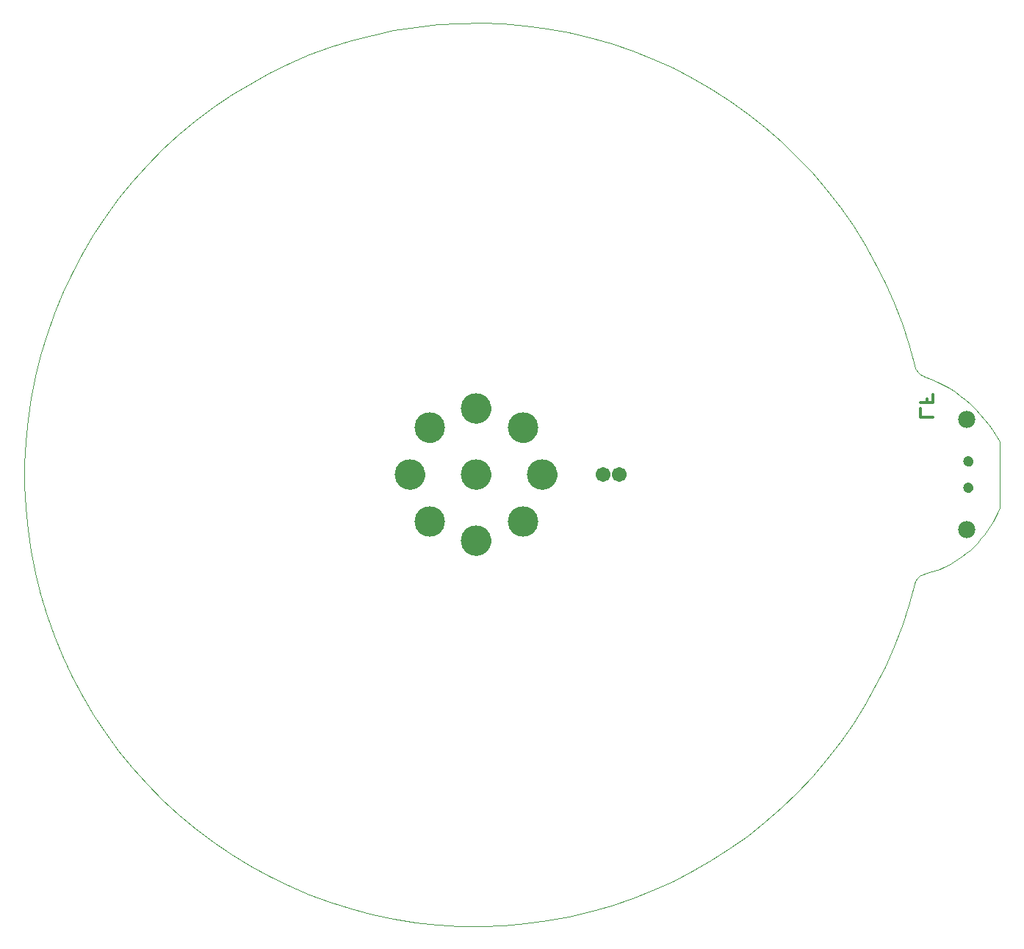
<source format=gbs>
G75*
G70*
%OFA0B0*%
%FSLAX24Y24*%
%IPPOS*%
%LPD*%
%AMOC8*
5,1,8,0,0,1.08239X$1,22.5*
%
%ADD10C,0.0010*%
%ADD11C,0.0140*%
%ADD12C,0.0000*%
%ADD13C,0.1379*%
%ADD14C,0.0474*%
%ADD15C,0.0780*%
%ADD16C,0.0671*%
D10*
X040496Y015646D02*
X040231Y014683D01*
X039920Y013735D01*
X039562Y012803D01*
X039160Y011890D01*
X038714Y010997D01*
X038225Y010127D01*
X037694Y009282D01*
X037122Y008463D01*
X036512Y007674D01*
X035864Y006915D01*
X035179Y006188D01*
X034460Y005496D01*
X033708Y004839D01*
X032925Y004220D01*
X032113Y003640D01*
X031274Y003100D01*
X030409Y002601D01*
X029521Y002146D01*
X028612Y001733D01*
X027684Y001366D01*
X026739Y001044D01*
X025780Y000769D01*
X024808Y000541D01*
X023827Y000360D01*
X022838Y000227D01*
X021843Y000142D01*
X020846Y000106D01*
X019847Y000119D01*
X018851Y000180D01*
X017859Y000290D01*
X016874Y000447D01*
X015897Y000653D01*
X014931Y000906D01*
X013979Y001205D01*
X013043Y001551D01*
X012124Y001941D01*
X011226Y002376D01*
X010350Y002854D01*
X009498Y003375D01*
X008672Y003936D01*
X007875Y004536D01*
X007108Y005175D01*
X006373Y005850D01*
X005672Y006560D01*
X005006Y007304D01*
X004377Y008079D01*
X003787Y008884D01*
X003236Y009716D01*
X002727Y010574D01*
X002260Y011457D01*
X001836Y012360D01*
X001457Y013284D01*
X001123Y014224D01*
X000836Y015180D01*
X000595Y016149D01*
X000402Y017128D01*
X000257Y018116D01*
X000160Y019109D01*
X000111Y020106D01*
X000111Y021104D01*
X000160Y022101D01*
X000257Y023094D01*
X000402Y024082D01*
X000595Y025061D01*
X000836Y026030D01*
X001123Y026986D01*
X001457Y027926D01*
X001836Y028850D01*
X002260Y029753D01*
X002727Y030636D01*
X003236Y031494D01*
X003787Y032326D01*
X004377Y033131D01*
X005006Y033906D01*
X005672Y034650D01*
X006373Y035360D01*
X007108Y036035D01*
X007875Y036674D01*
X008672Y037274D01*
X009498Y037835D01*
X010350Y038356D01*
X011226Y038834D01*
X012124Y039269D01*
X013043Y039659D01*
X013979Y040005D01*
X014931Y040304D01*
X015897Y040557D01*
X016874Y040763D01*
X017859Y040920D01*
X018851Y041030D01*
X019847Y041091D01*
X020846Y041104D01*
X021843Y041068D01*
X022838Y040983D01*
X023827Y040850D01*
X024808Y040669D01*
X025780Y040441D01*
X026739Y040166D01*
X027684Y039844D01*
X028612Y039477D01*
X029521Y039064D01*
X030409Y038609D01*
X031274Y038110D01*
X032113Y037570D01*
X032925Y036990D01*
X033708Y036371D01*
X034460Y035714D01*
X035179Y035022D01*
X035864Y034295D01*
X036512Y033536D01*
X037122Y032747D01*
X037694Y031928D01*
X038225Y031083D01*
X038714Y030213D01*
X039160Y029320D01*
X039562Y028407D01*
X039920Y027475D01*
X040231Y026527D01*
X040496Y025564D01*
X040510Y025515D01*
X040527Y025467D01*
X040548Y025421D01*
X040572Y025376D01*
X040599Y025333D01*
X040629Y025291D01*
X040662Y025252D01*
X040697Y025216D01*
X040735Y025182D01*
X040775Y025150D01*
X040817Y025122D01*
X040862Y025096D01*
X040907Y025074D01*
X040955Y025055D01*
X044355Y022105D02*
X044355Y019105D01*
X040955Y016105D02*
X040908Y016091D01*
X040862Y016074D01*
X040818Y016054D01*
X040776Y016030D01*
X040736Y016002D01*
X040697Y015972D01*
X040662Y015939D01*
X040629Y015903D01*
X040598Y015865D01*
X040571Y015825D01*
X040547Y015782D01*
X040527Y015738D01*
X040509Y015692D01*
X040496Y015646D01*
X044355Y022105D02*
X044204Y022372D01*
X044040Y022632D01*
X043864Y022883D01*
X043676Y023125D01*
X043476Y023358D01*
X043265Y023581D01*
X043043Y023793D01*
X042811Y023994D01*
X042570Y024183D01*
X042319Y024361D01*
X042061Y024526D01*
X041794Y024678D01*
X041521Y024818D01*
X041241Y024943D01*
X040955Y025055D01*
X044355Y019105D02*
X044265Y018887D01*
X044164Y018674D01*
X044053Y018467D01*
X043932Y018264D01*
X043802Y018068D01*
X043663Y017878D01*
X043515Y017695D01*
X043358Y017519D01*
X043193Y017351D01*
X043020Y017191D01*
X042840Y017039D01*
X042652Y016896D01*
X042459Y016763D01*
X042258Y016638D01*
X042053Y016524D01*
X041842Y016419D01*
X041626Y016325D01*
X041406Y016241D01*
X041182Y016167D01*
X040955Y016105D01*
D11*
X040775Y023225D02*
X040775Y023599D01*
X040775Y023870D02*
X041335Y023870D01*
X041335Y024243D01*
X041055Y024056D02*
X041055Y023870D01*
X041335Y023225D02*
X040775Y023225D01*
D12*
X042741Y021196D02*
X042743Y021223D01*
X042749Y021250D01*
X042758Y021276D01*
X042771Y021300D01*
X042787Y021323D01*
X042806Y021342D01*
X042828Y021359D01*
X042852Y021373D01*
X042877Y021383D01*
X042904Y021390D01*
X042931Y021393D01*
X042959Y021392D01*
X042986Y021387D01*
X043012Y021379D01*
X043036Y021367D01*
X043059Y021351D01*
X043080Y021333D01*
X043097Y021312D01*
X043112Y021288D01*
X043123Y021263D01*
X043131Y021237D01*
X043135Y021210D01*
X043135Y021182D01*
X043131Y021155D01*
X043123Y021129D01*
X043112Y021104D01*
X043097Y021080D01*
X043080Y021059D01*
X043059Y021041D01*
X043037Y021025D01*
X043012Y021013D01*
X042986Y021005D01*
X042959Y021000D01*
X042931Y020999D01*
X042904Y021002D01*
X042877Y021009D01*
X042852Y021019D01*
X042828Y021033D01*
X042806Y021050D01*
X042787Y021069D01*
X042771Y021092D01*
X042758Y021116D01*
X042749Y021142D01*
X042743Y021169D01*
X042741Y021196D01*
X042741Y020014D02*
X042743Y020041D01*
X042749Y020068D01*
X042758Y020094D01*
X042771Y020118D01*
X042787Y020141D01*
X042806Y020160D01*
X042828Y020177D01*
X042852Y020191D01*
X042877Y020201D01*
X042904Y020208D01*
X042931Y020211D01*
X042959Y020210D01*
X042986Y020205D01*
X043012Y020197D01*
X043036Y020185D01*
X043059Y020169D01*
X043080Y020151D01*
X043097Y020130D01*
X043112Y020106D01*
X043123Y020081D01*
X043131Y020055D01*
X043135Y020028D01*
X043135Y020000D01*
X043131Y019973D01*
X043123Y019947D01*
X043112Y019922D01*
X043097Y019898D01*
X043080Y019877D01*
X043059Y019859D01*
X043037Y019843D01*
X043012Y019831D01*
X042986Y019823D01*
X042959Y019818D01*
X042931Y019817D01*
X042904Y019820D01*
X042877Y019827D01*
X042852Y019837D01*
X042828Y019851D01*
X042806Y019868D01*
X042787Y019887D01*
X042771Y019910D01*
X042758Y019934D01*
X042749Y019960D01*
X042743Y019987D01*
X042741Y020014D01*
X022955Y020605D02*
X022957Y020655D01*
X022963Y020705D01*
X022973Y020755D01*
X022986Y020803D01*
X023003Y020851D01*
X023024Y020897D01*
X023048Y020941D01*
X023076Y020983D01*
X023107Y021023D01*
X023141Y021060D01*
X023178Y021095D01*
X023217Y021126D01*
X023258Y021155D01*
X023302Y021180D01*
X023348Y021202D01*
X023395Y021220D01*
X023443Y021234D01*
X023492Y021245D01*
X023542Y021252D01*
X023592Y021255D01*
X023643Y021254D01*
X023693Y021249D01*
X023743Y021240D01*
X023791Y021228D01*
X023839Y021211D01*
X023885Y021191D01*
X023930Y021168D01*
X023973Y021141D01*
X024013Y021111D01*
X024051Y021078D01*
X024086Y021042D01*
X024119Y021003D01*
X024148Y020962D01*
X024174Y020919D01*
X024197Y020874D01*
X024216Y020827D01*
X024231Y020779D01*
X024243Y020730D01*
X024251Y020680D01*
X024255Y020630D01*
X024255Y020580D01*
X024251Y020530D01*
X024243Y020480D01*
X024231Y020431D01*
X024216Y020383D01*
X024197Y020336D01*
X024174Y020291D01*
X024148Y020248D01*
X024119Y020207D01*
X024086Y020168D01*
X024051Y020132D01*
X024013Y020099D01*
X023973Y020069D01*
X023930Y020042D01*
X023885Y020019D01*
X023839Y019999D01*
X023791Y019982D01*
X023743Y019970D01*
X023693Y019961D01*
X023643Y019956D01*
X023592Y019955D01*
X023542Y019958D01*
X023492Y019965D01*
X023443Y019976D01*
X023395Y019990D01*
X023348Y020008D01*
X023302Y020030D01*
X023258Y020055D01*
X023217Y020084D01*
X023178Y020115D01*
X023141Y020150D01*
X023107Y020187D01*
X023076Y020227D01*
X023048Y020269D01*
X023024Y020313D01*
X023003Y020359D01*
X022986Y020407D01*
X022973Y020455D01*
X022963Y020505D01*
X022957Y020555D01*
X022955Y020605D01*
X022076Y022726D02*
X022078Y022776D01*
X022084Y022826D01*
X022094Y022876D01*
X022107Y022924D01*
X022124Y022972D01*
X022145Y023018D01*
X022169Y023062D01*
X022197Y023104D01*
X022228Y023144D01*
X022262Y023181D01*
X022299Y023216D01*
X022338Y023247D01*
X022379Y023276D01*
X022423Y023301D01*
X022469Y023323D01*
X022516Y023341D01*
X022564Y023355D01*
X022613Y023366D01*
X022663Y023373D01*
X022713Y023376D01*
X022764Y023375D01*
X022814Y023370D01*
X022864Y023361D01*
X022912Y023349D01*
X022960Y023332D01*
X023006Y023312D01*
X023051Y023289D01*
X023094Y023262D01*
X023134Y023232D01*
X023172Y023199D01*
X023207Y023163D01*
X023240Y023124D01*
X023269Y023083D01*
X023295Y023040D01*
X023318Y022995D01*
X023337Y022948D01*
X023352Y022900D01*
X023364Y022851D01*
X023372Y022801D01*
X023376Y022751D01*
X023376Y022701D01*
X023372Y022651D01*
X023364Y022601D01*
X023352Y022552D01*
X023337Y022504D01*
X023318Y022457D01*
X023295Y022412D01*
X023269Y022369D01*
X023240Y022328D01*
X023207Y022289D01*
X023172Y022253D01*
X023134Y022220D01*
X023094Y022190D01*
X023051Y022163D01*
X023006Y022140D01*
X022960Y022120D01*
X022912Y022103D01*
X022864Y022091D01*
X022814Y022082D01*
X022764Y022077D01*
X022713Y022076D01*
X022663Y022079D01*
X022613Y022086D01*
X022564Y022097D01*
X022516Y022111D01*
X022469Y022129D01*
X022423Y022151D01*
X022379Y022176D01*
X022338Y022205D01*
X022299Y022236D01*
X022262Y022271D01*
X022228Y022308D01*
X022197Y022348D01*
X022169Y022390D01*
X022145Y022434D01*
X022124Y022480D01*
X022107Y022528D01*
X022094Y022576D01*
X022084Y022626D01*
X022078Y022676D01*
X022076Y022726D01*
X019955Y023605D02*
X019957Y023655D01*
X019963Y023705D01*
X019973Y023755D01*
X019986Y023803D01*
X020003Y023851D01*
X020024Y023897D01*
X020048Y023941D01*
X020076Y023983D01*
X020107Y024023D01*
X020141Y024060D01*
X020178Y024095D01*
X020217Y024126D01*
X020258Y024155D01*
X020302Y024180D01*
X020348Y024202D01*
X020395Y024220D01*
X020443Y024234D01*
X020492Y024245D01*
X020542Y024252D01*
X020592Y024255D01*
X020643Y024254D01*
X020693Y024249D01*
X020743Y024240D01*
X020791Y024228D01*
X020839Y024211D01*
X020885Y024191D01*
X020930Y024168D01*
X020973Y024141D01*
X021013Y024111D01*
X021051Y024078D01*
X021086Y024042D01*
X021119Y024003D01*
X021148Y023962D01*
X021174Y023919D01*
X021197Y023874D01*
X021216Y023827D01*
X021231Y023779D01*
X021243Y023730D01*
X021251Y023680D01*
X021255Y023630D01*
X021255Y023580D01*
X021251Y023530D01*
X021243Y023480D01*
X021231Y023431D01*
X021216Y023383D01*
X021197Y023336D01*
X021174Y023291D01*
X021148Y023248D01*
X021119Y023207D01*
X021086Y023168D01*
X021051Y023132D01*
X021013Y023099D01*
X020973Y023069D01*
X020930Y023042D01*
X020885Y023019D01*
X020839Y022999D01*
X020791Y022982D01*
X020743Y022970D01*
X020693Y022961D01*
X020643Y022956D01*
X020592Y022955D01*
X020542Y022958D01*
X020492Y022965D01*
X020443Y022976D01*
X020395Y022990D01*
X020348Y023008D01*
X020302Y023030D01*
X020258Y023055D01*
X020217Y023084D01*
X020178Y023115D01*
X020141Y023150D01*
X020107Y023187D01*
X020076Y023227D01*
X020048Y023269D01*
X020024Y023313D01*
X020003Y023359D01*
X019986Y023407D01*
X019973Y023455D01*
X019963Y023505D01*
X019957Y023555D01*
X019955Y023605D01*
X017834Y022726D02*
X017836Y022776D01*
X017842Y022826D01*
X017852Y022876D01*
X017865Y022924D01*
X017882Y022972D01*
X017903Y023018D01*
X017927Y023062D01*
X017955Y023104D01*
X017986Y023144D01*
X018020Y023181D01*
X018057Y023216D01*
X018096Y023247D01*
X018137Y023276D01*
X018181Y023301D01*
X018227Y023323D01*
X018274Y023341D01*
X018322Y023355D01*
X018371Y023366D01*
X018421Y023373D01*
X018471Y023376D01*
X018522Y023375D01*
X018572Y023370D01*
X018622Y023361D01*
X018670Y023349D01*
X018718Y023332D01*
X018764Y023312D01*
X018809Y023289D01*
X018852Y023262D01*
X018892Y023232D01*
X018930Y023199D01*
X018965Y023163D01*
X018998Y023124D01*
X019027Y023083D01*
X019053Y023040D01*
X019076Y022995D01*
X019095Y022948D01*
X019110Y022900D01*
X019122Y022851D01*
X019130Y022801D01*
X019134Y022751D01*
X019134Y022701D01*
X019130Y022651D01*
X019122Y022601D01*
X019110Y022552D01*
X019095Y022504D01*
X019076Y022457D01*
X019053Y022412D01*
X019027Y022369D01*
X018998Y022328D01*
X018965Y022289D01*
X018930Y022253D01*
X018892Y022220D01*
X018852Y022190D01*
X018809Y022163D01*
X018764Y022140D01*
X018718Y022120D01*
X018670Y022103D01*
X018622Y022091D01*
X018572Y022082D01*
X018522Y022077D01*
X018471Y022076D01*
X018421Y022079D01*
X018371Y022086D01*
X018322Y022097D01*
X018274Y022111D01*
X018227Y022129D01*
X018181Y022151D01*
X018137Y022176D01*
X018096Y022205D01*
X018057Y022236D01*
X018020Y022271D01*
X017986Y022308D01*
X017955Y022348D01*
X017927Y022390D01*
X017903Y022434D01*
X017882Y022480D01*
X017865Y022528D01*
X017852Y022576D01*
X017842Y022626D01*
X017836Y022676D01*
X017834Y022726D01*
X016955Y020605D02*
X016957Y020655D01*
X016963Y020705D01*
X016973Y020755D01*
X016986Y020803D01*
X017003Y020851D01*
X017024Y020897D01*
X017048Y020941D01*
X017076Y020983D01*
X017107Y021023D01*
X017141Y021060D01*
X017178Y021095D01*
X017217Y021126D01*
X017258Y021155D01*
X017302Y021180D01*
X017348Y021202D01*
X017395Y021220D01*
X017443Y021234D01*
X017492Y021245D01*
X017542Y021252D01*
X017592Y021255D01*
X017643Y021254D01*
X017693Y021249D01*
X017743Y021240D01*
X017791Y021228D01*
X017839Y021211D01*
X017885Y021191D01*
X017930Y021168D01*
X017973Y021141D01*
X018013Y021111D01*
X018051Y021078D01*
X018086Y021042D01*
X018119Y021003D01*
X018148Y020962D01*
X018174Y020919D01*
X018197Y020874D01*
X018216Y020827D01*
X018231Y020779D01*
X018243Y020730D01*
X018251Y020680D01*
X018255Y020630D01*
X018255Y020580D01*
X018251Y020530D01*
X018243Y020480D01*
X018231Y020431D01*
X018216Y020383D01*
X018197Y020336D01*
X018174Y020291D01*
X018148Y020248D01*
X018119Y020207D01*
X018086Y020168D01*
X018051Y020132D01*
X018013Y020099D01*
X017973Y020069D01*
X017930Y020042D01*
X017885Y020019D01*
X017839Y019999D01*
X017791Y019982D01*
X017743Y019970D01*
X017693Y019961D01*
X017643Y019956D01*
X017592Y019955D01*
X017542Y019958D01*
X017492Y019965D01*
X017443Y019976D01*
X017395Y019990D01*
X017348Y020008D01*
X017302Y020030D01*
X017258Y020055D01*
X017217Y020084D01*
X017178Y020115D01*
X017141Y020150D01*
X017107Y020187D01*
X017076Y020227D01*
X017048Y020269D01*
X017024Y020313D01*
X017003Y020359D01*
X016986Y020407D01*
X016973Y020455D01*
X016963Y020505D01*
X016957Y020555D01*
X016955Y020605D01*
X017834Y018484D02*
X017836Y018534D01*
X017842Y018584D01*
X017852Y018634D01*
X017865Y018682D01*
X017882Y018730D01*
X017903Y018776D01*
X017927Y018820D01*
X017955Y018862D01*
X017986Y018902D01*
X018020Y018939D01*
X018057Y018974D01*
X018096Y019005D01*
X018137Y019034D01*
X018181Y019059D01*
X018227Y019081D01*
X018274Y019099D01*
X018322Y019113D01*
X018371Y019124D01*
X018421Y019131D01*
X018471Y019134D01*
X018522Y019133D01*
X018572Y019128D01*
X018622Y019119D01*
X018670Y019107D01*
X018718Y019090D01*
X018764Y019070D01*
X018809Y019047D01*
X018852Y019020D01*
X018892Y018990D01*
X018930Y018957D01*
X018965Y018921D01*
X018998Y018882D01*
X019027Y018841D01*
X019053Y018798D01*
X019076Y018753D01*
X019095Y018706D01*
X019110Y018658D01*
X019122Y018609D01*
X019130Y018559D01*
X019134Y018509D01*
X019134Y018459D01*
X019130Y018409D01*
X019122Y018359D01*
X019110Y018310D01*
X019095Y018262D01*
X019076Y018215D01*
X019053Y018170D01*
X019027Y018127D01*
X018998Y018086D01*
X018965Y018047D01*
X018930Y018011D01*
X018892Y017978D01*
X018852Y017948D01*
X018809Y017921D01*
X018764Y017898D01*
X018718Y017878D01*
X018670Y017861D01*
X018622Y017849D01*
X018572Y017840D01*
X018522Y017835D01*
X018471Y017834D01*
X018421Y017837D01*
X018371Y017844D01*
X018322Y017855D01*
X018274Y017869D01*
X018227Y017887D01*
X018181Y017909D01*
X018137Y017934D01*
X018096Y017963D01*
X018057Y017994D01*
X018020Y018029D01*
X017986Y018066D01*
X017955Y018106D01*
X017927Y018148D01*
X017903Y018192D01*
X017882Y018238D01*
X017865Y018286D01*
X017852Y018334D01*
X017842Y018384D01*
X017836Y018434D01*
X017834Y018484D01*
X019955Y017605D02*
X019957Y017655D01*
X019963Y017705D01*
X019973Y017755D01*
X019986Y017803D01*
X020003Y017851D01*
X020024Y017897D01*
X020048Y017941D01*
X020076Y017983D01*
X020107Y018023D01*
X020141Y018060D01*
X020178Y018095D01*
X020217Y018126D01*
X020258Y018155D01*
X020302Y018180D01*
X020348Y018202D01*
X020395Y018220D01*
X020443Y018234D01*
X020492Y018245D01*
X020542Y018252D01*
X020592Y018255D01*
X020643Y018254D01*
X020693Y018249D01*
X020743Y018240D01*
X020791Y018228D01*
X020839Y018211D01*
X020885Y018191D01*
X020930Y018168D01*
X020973Y018141D01*
X021013Y018111D01*
X021051Y018078D01*
X021086Y018042D01*
X021119Y018003D01*
X021148Y017962D01*
X021174Y017919D01*
X021197Y017874D01*
X021216Y017827D01*
X021231Y017779D01*
X021243Y017730D01*
X021251Y017680D01*
X021255Y017630D01*
X021255Y017580D01*
X021251Y017530D01*
X021243Y017480D01*
X021231Y017431D01*
X021216Y017383D01*
X021197Y017336D01*
X021174Y017291D01*
X021148Y017248D01*
X021119Y017207D01*
X021086Y017168D01*
X021051Y017132D01*
X021013Y017099D01*
X020973Y017069D01*
X020930Y017042D01*
X020885Y017019D01*
X020839Y016999D01*
X020791Y016982D01*
X020743Y016970D01*
X020693Y016961D01*
X020643Y016956D01*
X020592Y016955D01*
X020542Y016958D01*
X020492Y016965D01*
X020443Y016976D01*
X020395Y016990D01*
X020348Y017008D01*
X020302Y017030D01*
X020258Y017055D01*
X020217Y017084D01*
X020178Y017115D01*
X020141Y017150D01*
X020107Y017187D01*
X020076Y017227D01*
X020048Y017269D01*
X020024Y017313D01*
X020003Y017359D01*
X019986Y017407D01*
X019973Y017455D01*
X019963Y017505D01*
X019957Y017555D01*
X019955Y017605D01*
X022076Y018484D02*
X022078Y018534D01*
X022084Y018584D01*
X022094Y018634D01*
X022107Y018682D01*
X022124Y018730D01*
X022145Y018776D01*
X022169Y018820D01*
X022197Y018862D01*
X022228Y018902D01*
X022262Y018939D01*
X022299Y018974D01*
X022338Y019005D01*
X022379Y019034D01*
X022423Y019059D01*
X022469Y019081D01*
X022516Y019099D01*
X022564Y019113D01*
X022613Y019124D01*
X022663Y019131D01*
X022713Y019134D01*
X022764Y019133D01*
X022814Y019128D01*
X022864Y019119D01*
X022912Y019107D01*
X022960Y019090D01*
X023006Y019070D01*
X023051Y019047D01*
X023094Y019020D01*
X023134Y018990D01*
X023172Y018957D01*
X023207Y018921D01*
X023240Y018882D01*
X023269Y018841D01*
X023295Y018798D01*
X023318Y018753D01*
X023337Y018706D01*
X023352Y018658D01*
X023364Y018609D01*
X023372Y018559D01*
X023376Y018509D01*
X023376Y018459D01*
X023372Y018409D01*
X023364Y018359D01*
X023352Y018310D01*
X023337Y018262D01*
X023318Y018215D01*
X023295Y018170D01*
X023269Y018127D01*
X023240Y018086D01*
X023207Y018047D01*
X023172Y018011D01*
X023134Y017978D01*
X023094Y017948D01*
X023051Y017921D01*
X023006Y017898D01*
X022960Y017878D01*
X022912Y017861D01*
X022864Y017849D01*
X022814Y017840D01*
X022764Y017835D01*
X022713Y017834D01*
X022663Y017837D01*
X022613Y017844D01*
X022564Y017855D01*
X022516Y017869D01*
X022469Y017887D01*
X022423Y017909D01*
X022379Y017934D01*
X022338Y017963D01*
X022299Y017994D01*
X022262Y018029D01*
X022228Y018066D01*
X022197Y018106D01*
X022169Y018148D01*
X022145Y018192D01*
X022124Y018238D01*
X022107Y018286D01*
X022094Y018334D01*
X022084Y018384D01*
X022078Y018434D01*
X022076Y018484D01*
X019955Y020605D02*
X019957Y020655D01*
X019963Y020705D01*
X019973Y020755D01*
X019986Y020803D01*
X020003Y020851D01*
X020024Y020897D01*
X020048Y020941D01*
X020076Y020983D01*
X020107Y021023D01*
X020141Y021060D01*
X020178Y021095D01*
X020217Y021126D01*
X020258Y021155D01*
X020302Y021180D01*
X020348Y021202D01*
X020395Y021220D01*
X020443Y021234D01*
X020492Y021245D01*
X020542Y021252D01*
X020592Y021255D01*
X020643Y021254D01*
X020693Y021249D01*
X020743Y021240D01*
X020791Y021228D01*
X020839Y021211D01*
X020885Y021191D01*
X020930Y021168D01*
X020973Y021141D01*
X021013Y021111D01*
X021051Y021078D01*
X021086Y021042D01*
X021119Y021003D01*
X021148Y020962D01*
X021174Y020919D01*
X021197Y020874D01*
X021216Y020827D01*
X021231Y020779D01*
X021243Y020730D01*
X021251Y020680D01*
X021255Y020630D01*
X021255Y020580D01*
X021251Y020530D01*
X021243Y020480D01*
X021231Y020431D01*
X021216Y020383D01*
X021197Y020336D01*
X021174Y020291D01*
X021148Y020248D01*
X021119Y020207D01*
X021086Y020168D01*
X021051Y020132D01*
X021013Y020099D01*
X020973Y020069D01*
X020930Y020042D01*
X020885Y020019D01*
X020839Y019999D01*
X020791Y019982D01*
X020743Y019970D01*
X020693Y019961D01*
X020643Y019956D01*
X020592Y019955D01*
X020542Y019958D01*
X020492Y019965D01*
X020443Y019976D01*
X020395Y019990D01*
X020348Y020008D01*
X020302Y020030D01*
X020258Y020055D01*
X020217Y020084D01*
X020178Y020115D01*
X020141Y020150D01*
X020107Y020187D01*
X020076Y020227D01*
X020048Y020269D01*
X020024Y020313D01*
X020003Y020359D01*
X019986Y020407D01*
X019973Y020455D01*
X019963Y020505D01*
X019957Y020555D01*
X019955Y020605D01*
D13*
X018484Y018484D03*
X020605Y017605D03*
X022726Y018484D03*
X023605Y020605D03*
X022726Y022726D03*
X020605Y023605D03*
X018484Y022726D03*
X017605Y020605D03*
X020605Y020605D03*
D14*
X042938Y020014D03*
X042938Y021196D03*
D15*
X042855Y023105D03*
X042855Y018105D03*
D16*
X027105Y020605D03*
X026355Y020605D03*
M02*

</source>
